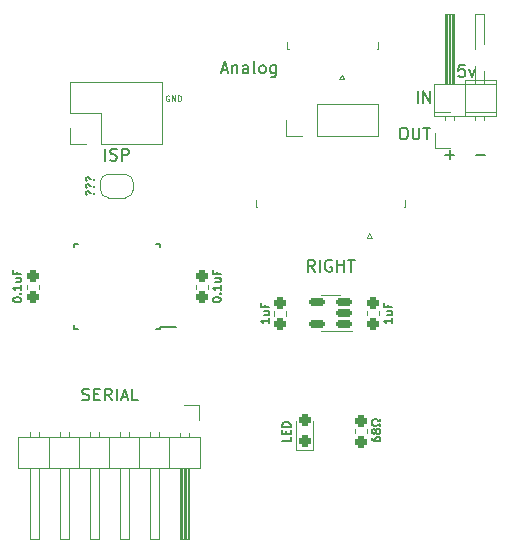
<source format=gto>
G04 #@! TF.GenerationSoftware,KiCad,Pcbnew,(6.0.1)*
G04 #@! TF.CreationDate,2022-09-26T11:52:35-04:00*
G04 #@! TF.ProjectId,consolizer,636f6e73-6f6c-4697-9a65-722e6b696361,rev?*
G04 #@! TF.SameCoordinates,Original*
G04 #@! TF.FileFunction,Legend,Top*
G04 #@! TF.FilePolarity,Positive*
%FSLAX46Y46*%
G04 Gerber Fmt 4.6, Leading zero omitted, Abs format (unit mm)*
G04 Created by KiCad (PCBNEW (6.0.1)) date 2022-09-26 11:52:35*
%MOMM*%
%LPD*%
G01*
G04 APERTURE LIST*
G04 Aperture macros list*
%AMRoundRect*
0 Rectangle with rounded corners*
0 $1 Rounding radius*
0 $2 $3 $4 $5 $6 $7 $8 $9 X,Y pos of 4 corners*
0 Add a 4 corners polygon primitive as box body*
4,1,4,$2,$3,$4,$5,$6,$7,$8,$9,$2,$3,0*
0 Add four circle primitives for the rounded corners*
1,1,$1+$1,$2,$3*
1,1,$1+$1,$4,$5*
1,1,$1+$1,$6,$7*
1,1,$1+$1,$8,$9*
0 Add four rect primitives between the rounded corners*
20,1,$1+$1,$2,$3,$4,$5,0*
20,1,$1+$1,$4,$5,$6,$7,0*
20,1,$1+$1,$6,$7,$8,$9,0*
20,1,$1+$1,$8,$9,$2,$3,0*%
%AMFreePoly0*
4,1,22,0.500000,-0.750000,0.000000,-0.750000,0.000000,-0.745033,-0.079941,-0.743568,-0.215256,-0.701293,-0.333266,-0.622738,-0.424486,-0.514219,-0.481581,-0.384460,-0.499164,-0.250000,-0.500000,-0.250000,-0.500000,0.250000,-0.499164,0.250000,-0.499963,0.256109,-0.478152,0.396186,-0.417904,0.524511,-0.324060,0.630769,-0.204165,0.706417,-0.067858,0.745374,0.000000,0.744959,0.000000,0.750000,
0.500000,0.750000,0.500000,-0.750000,0.500000,-0.750000,$1*%
%AMFreePoly1*
4,1,20,0.000000,0.744959,0.073905,0.744508,0.209726,0.703889,0.328688,0.626782,0.421226,0.519385,0.479903,0.390333,0.500000,0.250000,0.500000,-0.250000,0.499851,-0.262216,0.476331,-0.402017,0.414519,-0.529596,0.319384,-0.634700,0.198574,-0.708877,0.061801,-0.746166,0.000000,-0.745033,0.000000,-0.750000,-0.500000,-0.750000,-0.500000,0.750000,0.000000,0.750000,0.000000,0.744959,
0.000000,0.744959,$1*%
G04 Aperture macros list end*
%ADD10C,0.150000*%
%ADD11C,0.125000*%
%ADD12C,0.120000*%
%ADD13RoundRect,0.237500X0.237500X-0.287500X0.237500X0.287500X-0.237500X0.287500X-0.237500X-0.287500X0*%
%ADD14C,2.200000*%
%ADD15R,0.300000X1.100000*%
%ADD16R,2.300000X3.100000*%
%ADD17R,1.700000X1.700000*%
%ADD18O,1.700000X1.700000*%
%ADD19R,4.000000X2.000000*%
%ADD20RoundRect,0.237500X-0.237500X0.287500X-0.237500X-0.287500X0.237500X-0.287500X0.237500X0.287500X0*%
%ADD21RoundRect,0.150000X0.512500X0.150000X-0.512500X0.150000X-0.512500X-0.150000X0.512500X-0.150000X0*%
%ADD22FreePoly0,0.000000*%
%ADD23FreePoly1,0.000000*%
%ADD24R,1.600000X0.550000*%
%ADD25R,0.550000X1.600000*%
%ADD26C,2.775000*%
G04 APERTURE END LIST*
D10*
X199000000Y-78552380D02*
X199190476Y-78552380D01*
X199285714Y-78600000D01*
X199380952Y-78695238D01*
X199428571Y-78885714D01*
X199428571Y-79219047D01*
X199380952Y-79409523D01*
X199285714Y-79504761D01*
X199190476Y-79552380D01*
X199000000Y-79552380D01*
X198904761Y-79504761D01*
X198809523Y-79409523D01*
X198761904Y-79219047D01*
X198761904Y-78885714D01*
X198809523Y-78695238D01*
X198904761Y-78600000D01*
X199000000Y-78552380D01*
X199857142Y-78552380D02*
X199857142Y-79361904D01*
X199904761Y-79457142D01*
X199952380Y-79504761D01*
X200047619Y-79552380D01*
X200238095Y-79552380D01*
X200333333Y-79504761D01*
X200380952Y-79457142D01*
X200428571Y-79361904D01*
X200428571Y-78552380D01*
X200761904Y-78552380D02*
X201333333Y-78552380D01*
X201047619Y-79552380D02*
X201047619Y-78552380D01*
X166016666Y-93150000D02*
X166016666Y-93083333D01*
X166050000Y-93016666D01*
X166083333Y-92983333D01*
X166150000Y-92950000D01*
X166283333Y-92916666D01*
X166450000Y-92916666D01*
X166583333Y-92950000D01*
X166650000Y-92983333D01*
X166683333Y-93016666D01*
X166716666Y-93083333D01*
X166716666Y-93150000D01*
X166683333Y-93216666D01*
X166650000Y-93250000D01*
X166583333Y-93283333D01*
X166450000Y-93316666D01*
X166283333Y-93316666D01*
X166150000Y-93283333D01*
X166083333Y-93250000D01*
X166050000Y-93216666D01*
X166016666Y-93150000D01*
X166650000Y-92616666D02*
X166683333Y-92583333D01*
X166716666Y-92616666D01*
X166683333Y-92650000D01*
X166650000Y-92616666D01*
X166716666Y-92616666D01*
X166716666Y-91916666D02*
X166716666Y-92316666D01*
X166716666Y-92116666D02*
X166016666Y-92116666D01*
X166116666Y-92183333D01*
X166183333Y-92250000D01*
X166216666Y-92316666D01*
X166250000Y-91316666D02*
X166716666Y-91316666D01*
X166250000Y-91616666D02*
X166616666Y-91616666D01*
X166683333Y-91583333D01*
X166716666Y-91516666D01*
X166716666Y-91416666D01*
X166683333Y-91350000D01*
X166650000Y-91316666D01*
X166350000Y-90750000D02*
X166350000Y-90983333D01*
X166716666Y-90983333D02*
X166016666Y-90983333D01*
X166016666Y-90650000D01*
X187716666Y-94716666D02*
X187716666Y-95116666D01*
X187716666Y-94916666D02*
X187016666Y-94916666D01*
X187116666Y-94983333D01*
X187183333Y-95050000D01*
X187216666Y-95116666D01*
X187250000Y-94116666D02*
X187716666Y-94116666D01*
X187250000Y-94416666D02*
X187616666Y-94416666D01*
X187683333Y-94383333D01*
X187716666Y-94316666D01*
X187716666Y-94216666D01*
X187683333Y-94150000D01*
X187650000Y-94116666D01*
X187350000Y-93550000D02*
X187350000Y-93783333D01*
X187716666Y-93783333D02*
X187016666Y-93783333D01*
X187016666Y-93450000D01*
X198116666Y-94716666D02*
X198116666Y-95116666D01*
X198116666Y-94916666D02*
X197416666Y-94916666D01*
X197516666Y-94983333D01*
X197583333Y-95050000D01*
X197616666Y-95116666D01*
X197650000Y-94116666D02*
X198116666Y-94116666D01*
X197650000Y-94416666D02*
X198016666Y-94416666D01*
X198083333Y-94383333D01*
X198116666Y-94316666D01*
X198116666Y-94216666D01*
X198083333Y-94150000D01*
X198050000Y-94116666D01*
X197750000Y-93550000D02*
X197750000Y-93783333D01*
X198116666Y-93783333D02*
X197416666Y-93783333D01*
X197416666Y-93450000D01*
X172850000Y-84133333D02*
X172883333Y-84100000D01*
X172916666Y-84133333D01*
X172883333Y-84166666D01*
X172850000Y-84133333D01*
X172916666Y-84133333D01*
X172250000Y-84266666D02*
X172216666Y-84200000D01*
X172216666Y-84033333D01*
X172250000Y-83966666D01*
X172316666Y-83933333D01*
X172383333Y-83933333D01*
X172450000Y-83966666D01*
X172483333Y-84000000D01*
X172516666Y-84066666D01*
X172550000Y-84100000D01*
X172616666Y-84133333D01*
X172650000Y-84133333D01*
X172850000Y-83533333D02*
X172883333Y-83500000D01*
X172916666Y-83533333D01*
X172883333Y-83566666D01*
X172850000Y-83533333D01*
X172916666Y-83533333D01*
X172250000Y-83666666D02*
X172216666Y-83600000D01*
X172216666Y-83433333D01*
X172250000Y-83366666D01*
X172316666Y-83333333D01*
X172383333Y-83333333D01*
X172450000Y-83366666D01*
X172483333Y-83400000D01*
X172516666Y-83466666D01*
X172550000Y-83500000D01*
X172616666Y-83533333D01*
X172650000Y-83533333D01*
X172850000Y-82933333D02*
X172883333Y-82900000D01*
X172916666Y-82933333D01*
X172883333Y-82966666D01*
X172850000Y-82933333D01*
X172916666Y-82933333D01*
X172250000Y-83066666D02*
X172216666Y-83000000D01*
X172216666Y-82833333D01*
X172250000Y-82766666D01*
X172316666Y-82733333D01*
X172383333Y-82733333D01*
X172450000Y-82766666D01*
X172483333Y-82800000D01*
X172516666Y-82866666D01*
X172550000Y-82900000D01*
X172616666Y-82933333D01*
X172650000Y-82933333D01*
D11*
X179219047Y-75850000D02*
X179171428Y-75826190D01*
X179100000Y-75826190D01*
X179028571Y-75850000D01*
X178980952Y-75897619D01*
X178957142Y-75945238D01*
X178933333Y-76040476D01*
X178933333Y-76111904D01*
X178957142Y-76207142D01*
X178980952Y-76254761D01*
X179028571Y-76302380D01*
X179100000Y-76326190D01*
X179147619Y-76326190D01*
X179219047Y-76302380D01*
X179242857Y-76278571D01*
X179242857Y-76111904D01*
X179147619Y-76111904D01*
X179457142Y-76326190D02*
X179457142Y-75826190D01*
X179742857Y-76326190D01*
X179742857Y-75826190D01*
X179980952Y-76326190D02*
X179980952Y-75826190D01*
X180100000Y-75826190D01*
X180171428Y-75850000D01*
X180219047Y-75897619D01*
X180242857Y-75945238D01*
X180266666Y-76040476D01*
X180266666Y-76111904D01*
X180242857Y-76207142D01*
X180219047Y-76254761D01*
X180171428Y-76302380D01*
X180100000Y-76326190D01*
X179980952Y-76326190D01*
D10*
X183690476Y-73666666D02*
X184166666Y-73666666D01*
X183595238Y-73952380D02*
X183928571Y-72952380D01*
X184261904Y-73952380D01*
X184595238Y-73285714D02*
X184595238Y-73952380D01*
X184595238Y-73380952D02*
X184642857Y-73333333D01*
X184738095Y-73285714D01*
X184880952Y-73285714D01*
X184976190Y-73333333D01*
X185023809Y-73428571D01*
X185023809Y-73952380D01*
X185928571Y-73952380D02*
X185928571Y-73428571D01*
X185880952Y-73333333D01*
X185785714Y-73285714D01*
X185595238Y-73285714D01*
X185500000Y-73333333D01*
X185928571Y-73904761D02*
X185833333Y-73952380D01*
X185595238Y-73952380D01*
X185500000Y-73904761D01*
X185452380Y-73809523D01*
X185452380Y-73714285D01*
X185500000Y-73619047D01*
X185595238Y-73571428D01*
X185833333Y-73571428D01*
X185928571Y-73523809D01*
X186547619Y-73952380D02*
X186452380Y-73904761D01*
X186404761Y-73809523D01*
X186404761Y-72952380D01*
X187071428Y-73952380D02*
X186976190Y-73904761D01*
X186928571Y-73857142D01*
X186880952Y-73761904D01*
X186880952Y-73476190D01*
X186928571Y-73380952D01*
X186976190Y-73333333D01*
X187071428Y-73285714D01*
X187214285Y-73285714D01*
X187309523Y-73333333D01*
X187357142Y-73380952D01*
X187404761Y-73476190D01*
X187404761Y-73761904D01*
X187357142Y-73857142D01*
X187309523Y-73904761D01*
X187214285Y-73952380D01*
X187071428Y-73952380D01*
X188261904Y-73285714D02*
X188261904Y-74095238D01*
X188214285Y-74190476D01*
X188166666Y-74238095D01*
X188071428Y-74285714D01*
X187928571Y-74285714D01*
X187833333Y-74238095D01*
X188261904Y-73904761D02*
X188166666Y-73952380D01*
X187976190Y-73952380D01*
X187880952Y-73904761D01*
X187833333Y-73857142D01*
X187785714Y-73761904D01*
X187785714Y-73476190D01*
X187833333Y-73380952D01*
X187880952Y-73333333D01*
X187976190Y-73285714D01*
X188166666Y-73285714D01*
X188261904Y-73333333D01*
X196416666Y-104800000D02*
X196416666Y-104933333D01*
X196450000Y-105000000D01*
X196483333Y-105033333D01*
X196583333Y-105100000D01*
X196716666Y-105133333D01*
X196983333Y-105133333D01*
X197050000Y-105100000D01*
X197083333Y-105066666D01*
X197116666Y-105000000D01*
X197116666Y-104866666D01*
X197083333Y-104800000D01*
X197050000Y-104766666D01*
X196983333Y-104733333D01*
X196816666Y-104733333D01*
X196750000Y-104766666D01*
X196716666Y-104800000D01*
X196683333Y-104866666D01*
X196683333Y-105000000D01*
X196716666Y-105066666D01*
X196750000Y-105100000D01*
X196816666Y-105133333D01*
X196716666Y-104333333D02*
X196683333Y-104400000D01*
X196650000Y-104433333D01*
X196583333Y-104466666D01*
X196550000Y-104466666D01*
X196483333Y-104433333D01*
X196450000Y-104400000D01*
X196416666Y-104333333D01*
X196416666Y-104200000D01*
X196450000Y-104133333D01*
X196483333Y-104100000D01*
X196550000Y-104066666D01*
X196583333Y-104066666D01*
X196650000Y-104100000D01*
X196683333Y-104133333D01*
X196716666Y-104200000D01*
X196716666Y-104333333D01*
X196750000Y-104400000D01*
X196783333Y-104433333D01*
X196850000Y-104466666D01*
X196983333Y-104466666D01*
X197050000Y-104433333D01*
X197083333Y-104400000D01*
X197116666Y-104333333D01*
X197116666Y-104200000D01*
X197083333Y-104133333D01*
X197050000Y-104100000D01*
X196983333Y-104066666D01*
X196850000Y-104066666D01*
X196783333Y-104100000D01*
X196750000Y-104133333D01*
X196716666Y-104200000D01*
X197116666Y-103800000D02*
X197116666Y-103633333D01*
X196983333Y-103633333D01*
X196950000Y-103700000D01*
X196883333Y-103766666D01*
X196783333Y-103800000D01*
X196616666Y-103800000D01*
X196516666Y-103766666D01*
X196450000Y-103700000D01*
X196416666Y-103600000D01*
X196416666Y-103466666D01*
X196450000Y-103366666D01*
X196516666Y-103300000D01*
X196616666Y-103266666D01*
X196783333Y-103266666D01*
X196883333Y-103300000D01*
X196950000Y-103366666D01*
X196983333Y-103433333D01*
X197116666Y-103433333D01*
X197116666Y-103266666D01*
X191566666Y-90752380D02*
X191233333Y-90276190D01*
X190995238Y-90752380D02*
X190995238Y-89752380D01*
X191376190Y-89752380D01*
X191471428Y-89800000D01*
X191519047Y-89847619D01*
X191566666Y-89942857D01*
X191566666Y-90085714D01*
X191519047Y-90180952D01*
X191471428Y-90228571D01*
X191376190Y-90276190D01*
X190995238Y-90276190D01*
X191995238Y-90752380D02*
X191995238Y-89752380D01*
X192995238Y-89800000D02*
X192900000Y-89752380D01*
X192757142Y-89752380D01*
X192614285Y-89800000D01*
X192519047Y-89895238D01*
X192471428Y-89990476D01*
X192423809Y-90180952D01*
X192423809Y-90323809D01*
X192471428Y-90514285D01*
X192519047Y-90609523D01*
X192614285Y-90704761D01*
X192757142Y-90752380D01*
X192852380Y-90752380D01*
X192995238Y-90704761D01*
X193042857Y-90657142D01*
X193042857Y-90323809D01*
X192852380Y-90323809D01*
X193471428Y-90752380D02*
X193471428Y-89752380D01*
X193471428Y-90228571D02*
X194042857Y-90228571D01*
X194042857Y-90752380D02*
X194042857Y-89752380D01*
X194376190Y-89752380D02*
X194947619Y-89752380D01*
X194661904Y-90752380D02*
X194661904Y-89752380D01*
X202619047Y-80871428D02*
X203380952Y-80871428D01*
X203000000Y-81252380D02*
X203000000Y-80490476D01*
X200276190Y-76452380D02*
X200276190Y-75452380D01*
X200752380Y-76452380D02*
X200752380Y-75452380D01*
X201323809Y-76452380D01*
X201323809Y-75452380D01*
X182916666Y-93150000D02*
X182916666Y-93083333D01*
X182950000Y-93016666D01*
X182983333Y-92983333D01*
X183050000Y-92950000D01*
X183183333Y-92916666D01*
X183350000Y-92916666D01*
X183483333Y-92950000D01*
X183550000Y-92983333D01*
X183583333Y-93016666D01*
X183616666Y-93083333D01*
X183616666Y-93150000D01*
X183583333Y-93216666D01*
X183550000Y-93250000D01*
X183483333Y-93283333D01*
X183350000Y-93316666D01*
X183183333Y-93316666D01*
X183050000Y-93283333D01*
X182983333Y-93250000D01*
X182950000Y-93216666D01*
X182916666Y-93150000D01*
X183550000Y-92616666D02*
X183583333Y-92583333D01*
X183616666Y-92616666D01*
X183583333Y-92650000D01*
X183550000Y-92616666D01*
X183616666Y-92616666D01*
X183616666Y-91916666D02*
X183616666Y-92316666D01*
X183616666Y-92116666D02*
X182916666Y-92116666D01*
X183016666Y-92183333D01*
X183083333Y-92250000D01*
X183116666Y-92316666D01*
X183150000Y-91316666D02*
X183616666Y-91316666D01*
X183150000Y-91616666D02*
X183516666Y-91616666D01*
X183583333Y-91583333D01*
X183616666Y-91516666D01*
X183616666Y-91416666D01*
X183583333Y-91350000D01*
X183550000Y-91316666D01*
X183250000Y-90750000D02*
X183250000Y-90983333D01*
X183616666Y-90983333D02*
X182916666Y-90983333D01*
X182916666Y-90650000D01*
X189516666Y-104750000D02*
X189516666Y-105083333D01*
X188816666Y-105083333D01*
X189150000Y-104516666D02*
X189150000Y-104283333D01*
X189516666Y-104183333D02*
X189516666Y-104516666D01*
X188816666Y-104516666D01*
X188816666Y-104183333D01*
X189516666Y-103883333D02*
X188816666Y-103883333D01*
X188816666Y-103716666D01*
X188850000Y-103616666D01*
X188916666Y-103550000D01*
X188983333Y-103516666D01*
X189116666Y-103483333D01*
X189216666Y-103483333D01*
X189350000Y-103516666D01*
X189416666Y-103550000D01*
X189483333Y-103616666D01*
X189516666Y-103716666D01*
X189516666Y-103883333D01*
X205219047Y-80871428D02*
X205980952Y-80871428D01*
X204257142Y-73252380D02*
X203780952Y-73252380D01*
X203733333Y-73728571D01*
X203780952Y-73680952D01*
X203876190Y-73633333D01*
X204114285Y-73633333D01*
X204209523Y-73680952D01*
X204257142Y-73728571D01*
X204304761Y-73823809D01*
X204304761Y-74061904D01*
X204257142Y-74157142D01*
X204209523Y-74204761D01*
X204114285Y-74252380D01*
X203876190Y-74252380D01*
X203780952Y-74204761D01*
X203733333Y-74157142D01*
X204638095Y-73585714D02*
X204876190Y-74252380D01*
X205114285Y-73585714D01*
X171890476Y-101604761D02*
X172033333Y-101652380D01*
X172271428Y-101652380D01*
X172366666Y-101604761D01*
X172414285Y-101557142D01*
X172461904Y-101461904D01*
X172461904Y-101366666D01*
X172414285Y-101271428D01*
X172366666Y-101223809D01*
X172271428Y-101176190D01*
X172080952Y-101128571D01*
X171985714Y-101080952D01*
X171938095Y-101033333D01*
X171890476Y-100938095D01*
X171890476Y-100842857D01*
X171938095Y-100747619D01*
X171985714Y-100700000D01*
X172080952Y-100652380D01*
X172319047Y-100652380D01*
X172461904Y-100700000D01*
X172890476Y-101128571D02*
X173223809Y-101128571D01*
X173366666Y-101652380D02*
X172890476Y-101652380D01*
X172890476Y-100652380D01*
X173366666Y-100652380D01*
X174366666Y-101652380D02*
X174033333Y-101176190D01*
X173795238Y-101652380D02*
X173795238Y-100652380D01*
X174176190Y-100652380D01*
X174271428Y-100700000D01*
X174319047Y-100747619D01*
X174366666Y-100842857D01*
X174366666Y-100985714D01*
X174319047Y-101080952D01*
X174271428Y-101128571D01*
X174176190Y-101176190D01*
X173795238Y-101176190D01*
X174795238Y-101652380D02*
X174795238Y-100652380D01*
X175223809Y-101366666D02*
X175700000Y-101366666D01*
X175128571Y-101652380D02*
X175461904Y-100652380D01*
X175795238Y-101652380D01*
X176604761Y-101652380D02*
X176128571Y-101652380D01*
X176128571Y-100652380D01*
X173823809Y-81352380D02*
X173823809Y-80352380D01*
X174252380Y-81304761D02*
X174395238Y-81352380D01*
X174633333Y-81352380D01*
X174728571Y-81304761D01*
X174776190Y-81257142D01*
X174823809Y-81161904D01*
X174823809Y-81066666D01*
X174776190Y-80971428D01*
X174728571Y-80923809D01*
X174633333Y-80876190D01*
X174442857Y-80828571D01*
X174347619Y-80780952D01*
X174300000Y-80733333D01*
X174252380Y-80638095D01*
X174252380Y-80542857D01*
X174300000Y-80447619D01*
X174347619Y-80400000D01*
X174442857Y-80352380D01*
X174680952Y-80352380D01*
X174823809Y-80400000D01*
X175252380Y-81352380D02*
X175252380Y-80352380D01*
X175633333Y-80352380D01*
X175728571Y-80400000D01*
X175776190Y-80447619D01*
X175823809Y-80542857D01*
X175823809Y-80685714D01*
X175776190Y-80780952D01*
X175728571Y-80828571D01*
X175633333Y-80876190D01*
X175252380Y-80876190D01*
D12*
X197010000Y-94446267D02*
X197010000Y-94103733D01*
X195990000Y-94446267D02*
X195990000Y-94103733D01*
X191435000Y-105860000D02*
X191435000Y-103400000D01*
X189965000Y-103400000D02*
X189965000Y-105860000D01*
X189965000Y-105860000D02*
X191435000Y-105860000D01*
X196170000Y-87500000D02*
X195970000Y-87900000D01*
X195970000Y-87900000D02*
X196370000Y-87900000D01*
X186595000Y-85310000D02*
X186595000Y-84710000D01*
X196370000Y-87900000D02*
X196170000Y-87500000D01*
X186705000Y-85310000D02*
X186595000Y-85310000D01*
X199135000Y-85310000D02*
X199245000Y-85310000D01*
X199245000Y-85310000D02*
X199245000Y-84710000D01*
X206870000Y-77230000D02*
X206870000Y-74570000D01*
X204270000Y-77230000D02*
X204270000Y-74570000D01*
X204270000Y-77230000D02*
X206870000Y-77230000D01*
X203000000Y-77230000D02*
X201670000Y-77230000D01*
X201670000Y-77230000D02*
X201670000Y-75900000D01*
X204270000Y-74570000D02*
X206870000Y-74570000D01*
X173470000Y-79930000D02*
X178610000Y-79930000D01*
X178610000Y-79930000D02*
X178610000Y-74730000D01*
X170870000Y-74730000D02*
X178610000Y-74730000D01*
X173470000Y-77330000D02*
X170870000Y-77330000D01*
X173470000Y-79930000D02*
X173470000Y-77330000D01*
X172200000Y-79930000D02*
X170870000Y-79930000D01*
X170870000Y-79930000D02*
X170870000Y-78600000D01*
X170870000Y-77330000D02*
X170870000Y-74730000D01*
X177580000Y-104342929D02*
X177580000Y-104740000D01*
X170720000Y-104342929D02*
X170720000Y-104740000D01*
X178340000Y-104342929D02*
X178340000Y-104740000D01*
X170720000Y-107400000D02*
X170720000Y-113400000D01*
X180220000Y-107400000D02*
X180220000Y-113400000D01*
X176690000Y-104740000D02*
X176690000Y-107400000D01*
X179230000Y-104740000D02*
X179230000Y-107400000D01*
X172500000Y-104342929D02*
X172500000Y-104740000D01*
X178340000Y-113400000D02*
X177580000Y-113400000D01*
X166470000Y-104740000D02*
X166470000Y-107400000D01*
X175800000Y-113400000D02*
X175040000Y-113400000D01*
X167420000Y-113400000D02*
X167420000Y-107400000D01*
X180120000Y-113400000D02*
X180120000Y-107400000D01*
X173260000Y-113400000D02*
X172500000Y-113400000D01*
X178340000Y-107400000D02*
X178340000Y-113400000D01*
X174150000Y-104740000D02*
X174150000Y-107400000D01*
X180880000Y-113400000D02*
X180120000Y-113400000D01*
X180500000Y-102030000D02*
X181770000Y-102030000D01*
X169960000Y-104342929D02*
X169960000Y-104740000D01*
X181830000Y-107400000D02*
X181830000Y-104740000D01*
X169070000Y-104740000D02*
X169070000Y-107400000D01*
X180880000Y-104410000D02*
X180880000Y-104740000D01*
X168180000Y-104342929D02*
X168180000Y-104740000D01*
X181770000Y-102030000D02*
X181770000Y-103300000D01*
X180460000Y-107400000D02*
X180460000Y-113400000D01*
X175040000Y-113400000D02*
X175040000Y-107400000D01*
X180120000Y-104410000D02*
X180120000Y-104740000D01*
X177580000Y-113400000D02*
X177580000Y-107400000D01*
X180880000Y-107400000D02*
X180880000Y-113400000D01*
X167420000Y-104342929D02*
X167420000Y-104740000D01*
X175800000Y-107400000D02*
X175800000Y-113400000D01*
X168180000Y-107400000D02*
X168180000Y-113400000D01*
X173260000Y-107400000D02*
X173260000Y-113400000D01*
X175800000Y-104342929D02*
X175800000Y-104740000D01*
X172500000Y-113400000D02*
X172500000Y-107400000D01*
X173260000Y-104342929D02*
X173260000Y-104740000D01*
X180340000Y-107400000D02*
X180340000Y-113400000D01*
X171610000Y-104740000D02*
X171610000Y-107400000D01*
X180700000Y-107400000D02*
X180700000Y-113400000D01*
X180820000Y-107400000D02*
X180820000Y-113400000D01*
X169960000Y-113400000D02*
X169960000Y-107400000D01*
X180580000Y-107400000D02*
X180580000Y-113400000D01*
X175040000Y-104342929D02*
X175040000Y-104740000D01*
X170720000Y-113400000D02*
X169960000Y-113400000D01*
X166470000Y-107400000D02*
X181830000Y-107400000D01*
X181830000Y-104740000D02*
X166470000Y-104740000D01*
X168180000Y-113400000D02*
X167420000Y-113400000D01*
X196910000Y-79230000D02*
X196910000Y-76570000D01*
X190500000Y-79230000D02*
X189170000Y-79230000D01*
X191770000Y-79230000D02*
X196910000Y-79230000D01*
X191770000Y-79230000D02*
X191770000Y-76570000D01*
X189170000Y-79230000D02*
X189170000Y-77900000D01*
X191770000Y-76570000D02*
X196910000Y-76570000D01*
X196010000Y-104103733D02*
X196010000Y-104446267D01*
X194990000Y-104103733D02*
X194990000Y-104446267D01*
X206870000Y-77560000D02*
X206870000Y-74900000D01*
X205160000Y-77957071D02*
X205160000Y-77560000D01*
X202620000Y-74900000D02*
X202620000Y-68900000D01*
X206870000Y-74900000D02*
X201670000Y-74900000D01*
X202620000Y-77890000D02*
X202620000Y-77560000D01*
X203380000Y-77890000D02*
X203380000Y-77560000D01*
X201670000Y-74900000D02*
X201670000Y-77560000D01*
X205160000Y-68900000D02*
X205920000Y-68900000D01*
X201730000Y-80270000D02*
X201730000Y-79000000D01*
X203280000Y-74900000D02*
X203280000Y-68900000D01*
X203380000Y-68900000D02*
X203380000Y-74900000D01*
X205160000Y-74900000D02*
X205160000Y-68900000D01*
X202800000Y-74900000D02*
X202800000Y-68900000D01*
X203040000Y-74900000D02*
X203040000Y-68900000D01*
X205920000Y-68900000D02*
X205920000Y-74900000D01*
X201670000Y-77560000D02*
X206870000Y-77560000D01*
X202920000Y-74900000D02*
X202920000Y-68900000D01*
X203160000Y-74900000D02*
X203160000Y-68900000D01*
X202620000Y-68900000D02*
X203380000Y-68900000D01*
X202680000Y-74900000D02*
X202680000Y-68900000D01*
X204270000Y-77560000D02*
X204270000Y-74900000D01*
X203000000Y-80270000D02*
X201730000Y-80270000D01*
X205920000Y-77957071D02*
X205920000Y-77560000D01*
X192900000Y-92690000D02*
X192100000Y-92690000D01*
X192900000Y-95810000D02*
X192100000Y-95810000D01*
X192900000Y-92690000D02*
X193700000Y-92690000D01*
X192900000Y-95810000D02*
X194700000Y-95810000D01*
X188090000Y-94128733D02*
X188090000Y-94471267D01*
X189110000Y-94128733D02*
X189110000Y-94471267D01*
X174100000Y-82500000D02*
X175500000Y-82500000D01*
X175500000Y-84500000D02*
X174100000Y-84500000D01*
X176200000Y-83200000D02*
X176200000Y-83800000D01*
X173400000Y-83800000D02*
X173400000Y-83200000D01*
X175500000Y-84500000D02*
G75*
G03*
X176200000Y-83800000I1J699999D01*
G01*
X173400000Y-83800000D02*
G75*
G03*
X174100000Y-84500000I699999J-1D01*
G01*
X174100000Y-82500000D02*
G75*
G03*
X173400000Y-83200000I-1J-699999D01*
G01*
X176200000Y-83200000D02*
G75*
G03*
X175500000Y-82500000I-699999J1D01*
G01*
X167190000Y-92196267D02*
X167190000Y-91853733D01*
X168210000Y-92196267D02*
X168210000Y-91853733D01*
D10*
X171175000Y-88375000D02*
X171175000Y-88700000D01*
X171175000Y-88375000D02*
X171500000Y-88375000D01*
X178425000Y-95625000D02*
X178425000Y-95400000D01*
X178425000Y-88375000D02*
X178425000Y-88700000D01*
X171175000Y-95625000D02*
X171500000Y-95625000D01*
X178425000Y-95400000D02*
X179850000Y-95400000D01*
X178425000Y-95625000D02*
X178100000Y-95625000D01*
X171175000Y-95625000D02*
X171175000Y-95300000D01*
X178425000Y-88375000D02*
X178100000Y-88375000D01*
D12*
X182510000Y-92196267D02*
X182510000Y-91853733D01*
X181490000Y-92196267D02*
X181490000Y-91853733D01*
X189355000Y-71885000D02*
X189245000Y-71885000D01*
X193630000Y-74475000D02*
X194030000Y-74475000D01*
X196795000Y-71885000D02*
X196905000Y-71885000D01*
X194030000Y-74475000D02*
X193830000Y-74075000D01*
X189230000Y-71875000D02*
X189230000Y-71275000D01*
X196905000Y-71885000D02*
X196905000Y-71285000D01*
X193830000Y-74075000D02*
X193630000Y-74475000D01*
%LPC*%
D13*
X196500000Y-95150000D03*
X196500000Y-93400000D03*
X190700000Y-105075000D03*
X190700000Y-103325000D03*
D14*
X163300000Y-72800000D03*
X163400000Y-104700000D03*
X206000000Y-104700000D03*
D15*
X196170000Y-88700000D03*
X195670000Y-88700000D03*
X195170000Y-88700000D03*
X194670000Y-88700000D03*
X194170000Y-88700000D03*
X193670000Y-88700000D03*
X193170000Y-88700000D03*
X192670000Y-88700000D03*
X192170000Y-88700000D03*
X191670000Y-88700000D03*
X191170000Y-88700000D03*
X190670000Y-88700000D03*
X190170000Y-88700000D03*
X189670000Y-88700000D03*
D16*
X188000000Y-87000000D03*
X197840000Y-87000000D03*
D17*
X203000000Y-75900000D03*
D18*
X205540000Y-75900000D03*
D17*
X172200000Y-78600000D03*
D18*
X172200000Y-76060000D03*
X174740000Y-78600000D03*
X174740000Y-76060000D03*
X177280000Y-78600000D03*
X177280000Y-76060000D03*
D17*
X180500000Y-103300000D03*
D18*
X177960000Y-103300000D03*
X175420000Y-103300000D03*
X172880000Y-103300000D03*
X170340000Y-103300000D03*
X167800000Y-103300000D03*
D19*
X210500000Y-72800000D03*
X210500000Y-76800000D03*
X210500000Y-80800000D03*
X210500000Y-84800000D03*
X210500000Y-88800000D03*
X210500000Y-92800000D03*
X210500000Y-96800000D03*
X210500000Y-100800000D03*
X210500000Y-104800000D03*
D17*
X190500000Y-77900000D03*
D18*
X193040000Y-77900000D03*
X195580000Y-77900000D03*
D20*
X195500000Y-103400000D03*
X195500000Y-105150000D03*
D14*
X206100000Y-72700000D03*
D17*
X203000000Y-79000000D03*
D18*
X205540000Y-79000000D03*
D21*
X194037500Y-95200000D03*
X194037500Y-94250000D03*
X194037500Y-93300000D03*
X191762500Y-93300000D03*
X191762500Y-95200000D03*
D20*
X188600000Y-93425000D03*
X188600000Y-95175000D03*
D22*
X174150000Y-83500000D03*
D23*
X175450000Y-83500000D03*
D13*
X167700000Y-92900000D03*
X167700000Y-91150000D03*
D24*
X179050000Y-94800000D03*
X179050000Y-94000000D03*
X179050000Y-93200000D03*
X179050000Y-92400000D03*
X179050000Y-91600000D03*
X179050000Y-90800000D03*
X179050000Y-90000000D03*
X179050000Y-89200000D03*
D25*
X177600000Y-87750000D03*
X176800000Y-87750000D03*
X176000000Y-87750000D03*
X175200000Y-87750000D03*
X174400000Y-87750000D03*
X173600000Y-87750000D03*
X172800000Y-87750000D03*
X172000000Y-87750000D03*
D24*
X170550000Y-89200000D03*
X170550000Y-90000000D03*
X170550000Y-90800000D03*
X170550000Y-91600000D03*
X170550000Y-92400000D03*
X170550000Y-93200000D03*
X170550000Y-94000000D03*
X170550000Y-94800000D03*
D25*
X172000000Y-96250000D03*
X172800000Y-96250000D03*
X173600000Y-96250000D03*
X174400000Y-96250000D03*
X175200000Y-96250000D03*
X176000000Y-96250000D03*
X176800000Y-96250000D03*
X177600000Y-96250000D03*
D13*
X182000000Y-92900000D03*
X182000000Y-91150000D03*
D15*
X193830000Y-75275000D03*
X193330000Y-75275000D03*
X192830000Y-75275000D03*
X192330000Y-75275000D03*
D16*
X195500000Y-73575000D03*
X190655000Y-73575000D03*
D26*
X188290000Y-99822000D03*
X197790000Y-99822000D03*
X193040000Y-99822000D03*
M02*

</source>
